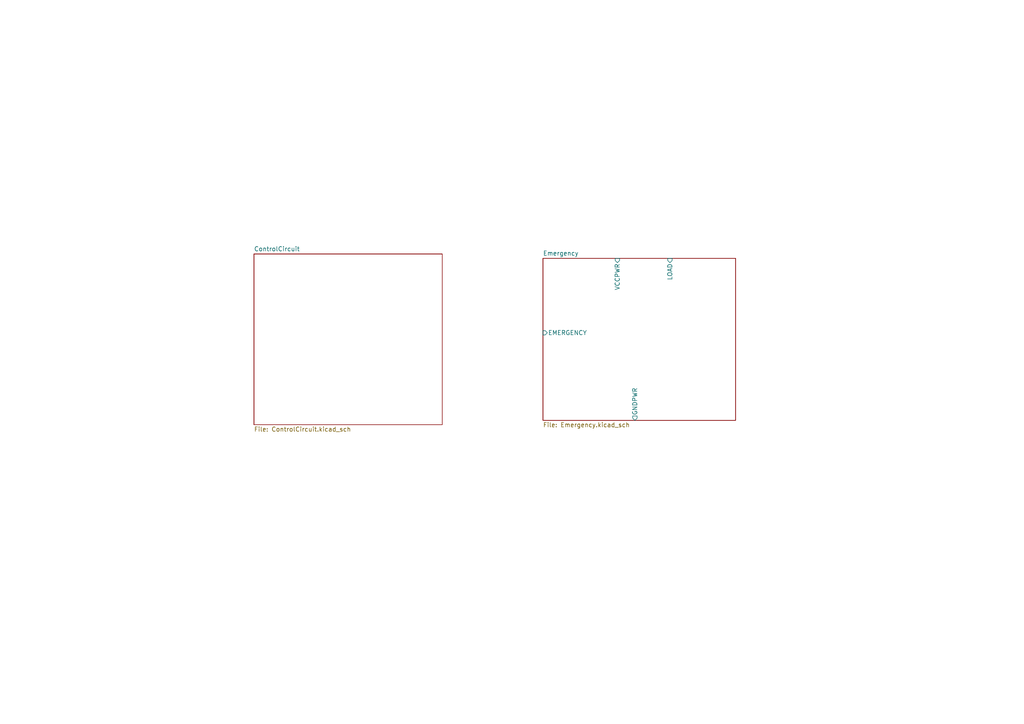
<source format=kicad_sch>
(kicad_sch
	(version 20250114)
	(generator "eeschema")
	(generator_version "9.0")
	(uuid "b36a1c5d-9b1c-49bd-973d-5278695022aa")
	(paper "A4")
	(lib_symbols)
	(sheet
		(at 73.66 73.66)
		(size 54.61 49.53)
		(exclude_from_sim no)
		(in_bom yes)
		(on_board yes)
		(dnp no)
		(fields_autoplaced yes)
		(stroke
			(width 0.1524)
			(type solid)
		)
		(fill
			(color 0 0 0 0.0000)
		)
		(uuid "8f2f8215-0981-4e30-8604-691cf37a3422")
		(property "Sheetname" "ControlCircuit"
			(at 73.66 72.9484 0)
			(effects
				(font
					(size 1.27 1.27)
				)
				(justify left bottom)
			)
		)
		(property "Sheetfile" "ControlCircuit.kicad_sch"
			(at 73.66 123.7746 0)
			(effects
				(font
					(size 1.27 1.27)
				)
				(justify left top)
			)
		)
		(instances
			(project "maincircuit"
				(path "/b36a1c5d-9b1c-49bd-973d-5278695022aa"
					(page "3")
				)
			)
		)
	)
	(sheet
		(at 157.48 74.93)
		(size 55.88 46.99)
		(exclude_from_sim no)
		(in_bom yes)
		(on_board yes)
		(dnp no)
		(fields_autoplaced yes)
		(stroke
			(width 0.1524)
			(type solid)
		)
		(fill
			(color 0 0 0 0.0000)
		)
		(uuid "aaa0a694-b0c9-4d27-a178-fcc82852e4b1")
		(property "Sheetname" "Emergency"
			(at 157.48 74.2184 0)
			(effects
				(font
					(size 1.27 1.27)
				)
				(justify left bottom)
			)
		)
		(property "Sheetfile" "Emergency.kicad_sch"
			(at 157.48 122.5046 0)
			(effects
				(font
					(size 1.27 1.27)
				)
				(justify left top)
			)
		)
		(pin "EMERGENCY" input
			(at 157.48 96.52 180)
			(uuid "71449192-ed8a-434c-937f-40cab61da526")
			(effects
				(font
					(size 1.27 1.27)
				)
				(justify left)
			)
		)
		(pin "GNDPWR" output
			(at 184.15 121.92 270)
			(uuid "3ca11358-8a76-46a1-ab77-09ba720e05be")
			(effects
				(font
					(size 1.27 1.27)
				)
				(justify left)
			)
		)
		(pin "VCCPWR" input
			(at 179.07 74.93 90)
			(uuid "6b92ab2d-7afa-4599-802c-1afb6112064e")
			(effects
				(font
					(size 1.27 1.27)
				)
				(justify right)
			)
		)
		(pin "LOAD" input
			(at 194.31 74.93 90)
			(uuid "4adb8ece-9d6a-4569-95ac-1ac7868e7366")
			(effects
				(font
					(size 1.27 1.27)
				)
				(justify right)
			)
		)
		(instances
			(project "maincircuit"
				(path "/b36a1c5d-9b1c-49bd-973d-5278695022aa"
					(page "2")
				)
			)
		)
	)
	(sheet_instances
		(path "/"
			(page "1")
		)
	)
	(embedded_fonts no)
)

</source>
